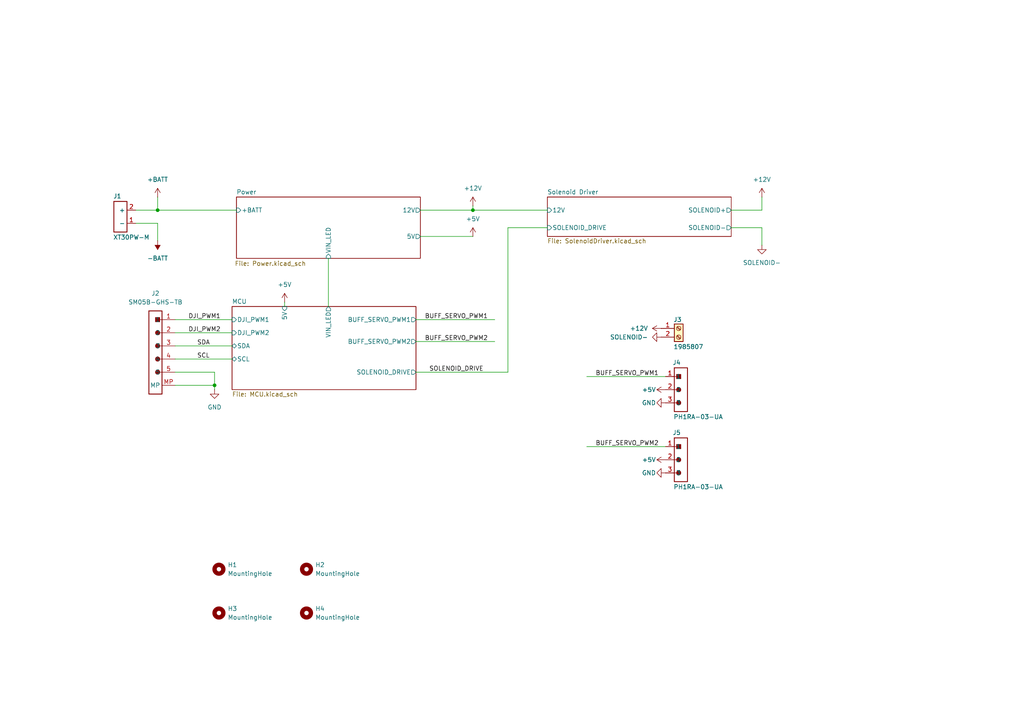
<source format=kicad_sch>
(kicad_sch (version 20231120) (generator "eeschema") (generator_version "8.0")
  (paper "A4")
  (title_block (title "EauRouge") (date "2025-01-29") (rev "1"))
  (lib_symbols
    (symbol "Connector:Conn-1x03-2.54mm-RA_PH1RA-03-UA"
      (property "Reference" "J" (at 0.508 7.366 0))
      (property "Value" "PH1RA-03-UA" (at 6.858 -7.874 0))
      (symbol "Conn-1x03-2.54mm-RA_PH1RA-03-UA_0_1"
        (rectangle (start 0 6.35) (end 3.81 -6.35) (stroke (width 0.254)))
      )
      (symbol "Conn-1x03-2.54mm-RA_PH1RA-03-UA_1_1"
        (polyline (pts (xy 3.81 -3.81) (xy 2.54 -3.81)))
        (polyline (pts (xy 3.81 0) (xy 2.54 0)))
        (polyline (pts (xy 3.81 3.81) (xy 2.54 3.81)))
        (rectangle (start 1.905 4.445) (end 3.175 3.175) (fill (type outline)))
        (circle (center 2.54 -3.81) (radius 0.635) (fill (type outline)))
        (circle (center 2.54 0) (radius 0.635) (fill (type outline)))
        (pin passive line (at 6.35 3.81 180) (length 2.54) (name "1") (number "1"))
        (pin passive line (at 6.35 0 180) (length 2.54) (name "2") (number "2"))
        (pin passive line (at 6.35 -3.81 180) (length 2.54) (name "3") (number "3"))
      )
    )
    (symbol "Connector:JST-GH_SM05B-GHS-TB"
      (property "Reference" "J" (at 0.508 5.08 0))
      (property "Value" "SM05B-GHS-TB" (at 7.62 -22.606 0))
      (symbol "JST-GH_SM05B-GHS-TB_0_1"
        (rectangle (start 0 3.81) (end 3.81 -20.32) (stroke (width 0.254)))
      )
      (symbol "JST-GH_SM05B-GHS-TB_1_1"
        (polyline (pts (xy 3.81 -13.97) (xy 2.54 -13.97)))
        (polyline (pts (xy 3.81 -10.16) (xy 2.54 -10.16)))
        (polyline (pts (xy 3.81 -6.35) (xy 2.54 -6.35)))
        (polyline (pts (xy 3.81 -2.54) (xy 2.54 -2.54)))
        (polyline (pts (xy 3.81 1.27) (xy 2.54 1.27)))
        (rectangle (start 1.905 1.905) (end 3.175 0.635) (fill (type outline)))
        (circle (center 2.54 -13.97) (radius 0.635) (fill (type outline)))
        (circle (center 2.54 -10.16) (radius 0.635) (fill (type outline)))
        (circle (center 2.54 -6.35) (radius 0.635) (fill (type outline)))
        (circle (center 2.54 -2.54) (radius 0.635) (fill (type outline)))
        (pin passive line (at 7.62 1.27 180) (length 3.81) (name "1") (number "1"))
        (pin passive line (at 7.62 -2.54 180) (length 3.81) (name "2") (number "2"))
        (pin passive line (at 7.62 -6.35 180) (length 3.81) (name "3") (number "3"))
        (pin passive line (at 7.62 -10.16 180) (length 3.81) (name "4") (number "4"))
        (pin passive line (at 7.62 -13.97 180) (length 3.81) (name "5") (number "5"))
        (pin passive line (at 7.62 -17.78 180) (length 3.81) (name "MP") (number "MP"))
      )
    )
    (symbol "Connector:Screw_Terminal_01x02_1985807" (pin_names (offset 1.016) hide)
      (property "Reference" "J" (at -0.762 2.54 0))
      (property "Value" "1985807" (at 2.794 -5.08 0))
      (symbol "Screw_Terminal_01x02_1985807_1_1"
        (rectangle (start -1.27 1.27) (end 1.27 -3.81) (stroke (width 0.254)) (fill (type background)))
        (circle (center 0 -2.54) (radius 0.635) (stroke (width 0.1524)))
        (polyline (pts (xy -0.5334 -2.2098) (xy 0.3302 -3.048)) (stroke (width 0.1524)))
        (polyline (pts (xy -0.5334 0.3302) (xy 0.3302 -0.508)) (stroke (width 0.1524)))
        (polyline (pts (xy -0.3556 -2.032) (xy 0.508 -2.8702)) (stroke (width 0.1524)))
        (polyline (pts (xy -0.3556 0.508) (xy 0.508 -0.3302)) (stroke (width 0.1524)))
        (circle (center 0 0) (radius 0.635) (stroke (width 0.1524)))
        (pin passive line (at -5.08 0 0) (length 3.81) (name "Pin_1") (number "1"))
        (pin passive line (at -5.08 -2.54 0) (length 3.81) (name "Pin_2") (number "2"))
      )
    )
    (symbol "Connector:XT30PW-M"
      (property "Reference" "J" (at 0.508 4.826 0))
      (property "Value" "XT30PW-M" (at 5.08 -6.35 0))
      (symbol "XT30PW-M_0_1"
        (rectangle (start 0 3.81) (end 3.81 -5.08) (stroke (width 0.254)))
      )
      (symbol "XT30PW-M_1_1"
        (pin power_in line (at 6.35 -2.54 180) (length 2.54) (name "-") (number "1"))
        (pin power_in line (at 6.35 1.27 180) (length 2.54) (name "+") (number "2"))
      )
    )
    (symbol "Mechanical:MountingHole" (pin_names (offset 1.016)) (exclude_from_sim yes) (in_bom no)
      (property "Reference" "H" (at 0 5.08 0))
      (property "Value" "MountingHole" (at 0 3.175 0))
      (symbol "MountingHole_0_1"
        (circle (center 0 0) (radius 1.27) (stroke (width 1.27)))
      )
    )
    (symbol "power:+12V" (power) (pin_numbers hide) (pin_names (offset 0) hide)
      (property "Value" "+12V" (at 0 3.556 0))
      (symbol "+12V_0_1"
        (polyline (pts (xy -0.762 1.27) (xy 0 2.54)))
        (polyline (pts (xy 0 0) (xy 0 2.54)))
        (polyline (pts (xy 0 2.54) (xy 0.762 1.27)))
      )
      (symbol "+12V_1_1"
        (pin power_in line (at 0 0 90) (length 0) (name "~") (number "1"))
      )
    )
    (symbol "power:+5V" (power) (pin_numbers hide) (pin_names (offset 0) hide)
      (property "Value" "+5V" (at 0 3.556 0))
      (symbol "+5V_0_1"
        (polyline (pts (xy -0.762 1.27) (xy 0 2.54)))
        (polyline (pts (xy 0 0) (xy 0 2.54)))
        (polyline (pts (xy 0 2.54) (xy 0.762 1.27)))
      )
      (symbol "+5V_1_1"
        (pin power_in line (at 0 0 90) (length 0) (name "~") (number "1"))
      )
    )
    (symbol "power:+BATT" (power) (pin_numbers hide) (pin_names (offset 0) hide)
      (property "Value" "+BATT" (at 0 3.556 0))
      (symbol "+BATT_0_1"
        (polyline (pts (xy -0.762 1.27) (xy 0 2.54)))
        (polyline (pts (xy 0 0) (xy 0 2.54)))
        (polyline (pts (xy 0 2.54) (xy 0.762 1.27)))
      )
      (symbol "+BATT_1_1"
        (pin power_in line (at 0 0 90) (length 0) (name "~") (number "1"))
      )
    )
    (symbol "power:-BATT" (power) (pin_numbers hide) (pin_names (offset 0) hide)
      (property "Value" "-BATT" (at 0 3.556 0))
      (symbol "-BATT_0_1"
        (polyline (pts (xy 0 0) (xy 0 2.54)))
        (polyline (pts (xy 0.762 1.27) (xy -0.762 1.27) (xy 0 2.54) (xy 0.762 1.27)) (fill (type outline)))
      )
      (symbol "-BATT_1_1"
        (pin power_in line (at 0 0 90) (length 0) (name "~") (number "1"))
      )
    )
    (symbol "power:GND" (power) (pin_numbers hide) (pin_names (offset 0) hide)
      (property "Value" "GND" (at 0 -3.81 0))
      (symbol "GND_0_1"
        (polyline (pts (xy 0 0) (xy 0 -1.27) (xy 1.27 -1.27) (xy 0 -2.54) (xy -1.27 -1.27) (xy 0 -1.27)))
      )
      (symbol "GND_1_1"
        (pin power_in line (at 0 0 270) (length 0) (name "~") (number "1"))
      )
    )
    (symbol "power:SOLENOID-" (power) (pin_numbers hide) (pin_names (offset 0) hide)
      (property "Value" "SOLENOID-" (at 0 -3.81 0))
      (symbol "SOLENOID-_0_1"
        (polyline (pts (xy 0 0) (xy 0 -1.27) (xy 1.27 -1.27) (xy 0 -2.54) (xy -1.27 -1.27) (xy 0 -1.27)))
      )
      (symbol "SOLENOID-_1_1"
        (pin power_in line (at 0 0 270) (length 0) (name "~") (number "1"))
      )
    )
  )
  (junction (at 137.16 60.96))
  (junction (at 45.72 60.96))
  (junction (at 62.23 111.76))
  (wire (pts (xy 95.25 74.93) (xy 95.25 88.9)))
  (wire (pts (xy 50.8 111.76) (xy 62.23 111.76)))
  (wire (pts (xy 45.72 57.15) (xy 45.72 60.96)))
  (wire (pts (xy 50.8 100.33) (xy 67.31 100.33)))
  (wire (pts (xy 147.32 107.95) (xy 147.32 66.04)))
  (wire (pts (xy 45.72 60.96) (xy 39.37 60.96)))
  (wire (pts (xy 82.55 87.63) (xy 82.55 88.9)))
  (wire (pts (xy 212.09 60.96) (xy 220.98 60.96)))
  (wire (pts (xy 121.92 68.58) (xy 137.16 68.58)))
  (wire (pts (xy 220.98 71.12) (xy 220.98 66.04)))
  (wire (pts (xy 143.51 92.71) (xy 120.65 92.71)))
  (wire (pts (xy 120.65 99.06) (xy 143.51 99.06)))
  (wire (pts (xy 121.92 60.96) (xy 137.16 60.96)))
  (wire (pts (xy 62.23 107.95) (xy 62.23 111.76)))
  (wire (pts (xy 137.16 60.96) (xy 158.75 60.96)))
  (wire (pts (xy 68.58 60.96) (xy 45.72 60.96)))
  (wire (pts (xy 147.32 66.04) (xy 158.75 66.04)))
  (wire (pts (xy 137.16 59.69) (xy 137.16 60.96)))
  (wire (pts (xy 212.09 66.04) (xy 220.98 66.04)))
  (wire (pts (xy 50.8 104.14) (xy 67.31 104.14)))
  (wire (pts (xy 45.72 64.77) (xy 45.72 69.85)))
  (wire (pts (xy 50.8 92.71) (xy 67.31 92.71)))
  (wire (pts (xy 220.98 57.15) (xy 220.98 60.96)))
  (wire (pts (xy 147.32 107.95) (xy 120.65 107.95)))
  (wire (pts (xy 50.8 107.95) (xy 62.23 107.95)))
  (wire (pts (xy 62.23 111.76) (xy 62.23 113.03)))
  (wire (pts (xy 170.18 109.22) (xy 193.04 109.22)))
  (wire (pts (xy 50.8 96.52) (xy 67.31 96.52)))
  (wire (pts (xy 39.37 64.77) (xy 45.72 64.77)))
  (wire (pts (xy 170.18 129.54) (xy 193.04 129.54)))
  (label "SDA" (at 57.15 100.33 0))
  (label "BUFF_SERVO_PWM1" (at 123.19 92.71 0))
  (label "DJI_PWM2" (at 54.61 96.52 0))
  (label "BUFF_SERVO_PWM1" (at 172.72 109.22 0))
  (label "DJI_PWM1" (at 54.61 92.71 0))
  (label "SCL" (at 57.15 104.14 0))
  (label "BUFF_SERVO_PWM2" (at 123.19 99.06 0))
  (label "SOLENOID_DRIVE" (at 124.46 107.95 0))
  (label "BUFF_SERVO_PWM2" (at 172.72 129.54 0))
  (symbol (lib_id "power:+BATT") (at 45.72 57.15 0) (unit 1)
    (property "Reference" "#PWR01" (effects (hide yes)))
    (property "Value" "+BATT" (at 45.72 52.07 0))
    (property "Description" "Power symbol creates a global label with name \"+BATT\"" (effects (hide yes)))
  )
  (symbol (lib_id "power:GND") (at 193.04 137.16 270) (unit 1)
    (property "Reference" "#PWR014" (effects (hide yes)))
    (property "Value" "GND" (at 188.214 137.16 90))
    (property "Description" "Power symbol creates a global label with name \"GND\" , ground" (effects (hide yes)))
  )
  (symbol (lib_id "power:SOLENOID-") (at 191.77 97.79 270) (unit 1)
    (property "Reference" "#PWR08" (effects (hide yes)))
    (property "Value" "SOLENOID-" (at 187.96 97.7899 90) (effects (justify right)))
    (property "Description" "Power symbol creates a global label with name \"SOLENOID-\"" (effects (hide yes)))
  )
  (symbol (lib_id "power:GND") (at 62.23 113.03 0) (unit 1)
    (property "Reference" "#PWR010" (effects (hide yes)))
    (property "Value" "GND" (at 62.23 118.11 0))
    (property "Description" "Power symbol creates a global label with name \"GND\" , ground" (effects (hide yes)))
  )
  (symbol (lib_id "power:+12V") (at 191.77 95.25 90) (unit 1)
    (property "Reference" "#PWR09" (effects (hide yes)))
    (property "Value" "+12V" (at 187.96 95.2499 90) (effects (justify left)))
    (property "Description" "Power symbol creates a global label with name \"+12V\"" (effects (hide yes)))
  )
  (symbol (lib_id "power:SOLENOID-") (at 220.98 71.12 0) (unit 1)
    (property "Reference" "#PWR06" (effects (hide yes)))
    (property "Value" "SOLENOID-" (at 220.98 76.2 0))
    (property "Description" "Power symbol creates a global label with name \"SOLENOID-\"" (effects (hide yes)))
  )
  (symbol (lib_id "Connector:Conn-1x03-2.54mm-RA_PH1RA-03-UA") (at 199.39 113.03 0) (mirror y) (unit 1)
    (property "Reference" "J4" (at 195.072 105.156 0) (effects (justify right)))
    (property "Value" "PH1RA-03-UA" (at 195.326 120.904 0) (effects (justify right)))
    (property "Footprint" "Connector_PinHeader_2.54mm:PinHeader_1x03_P2.54mm_Horizontal" (effects (hide yes)))
    (property "Description" "CONN HEADER R/A 3POS 2.54MM" (effects (hide yes)))
  )
  (symbol (lib_id "power:+5V") (at 82.55 87.63 0) (unit 1)
    (property "Reference" "#PWR07" (effects (hide yes)))
    (property "Value" "+5V" (at 82.55 82.55 0))
    (property "Description" "Power symbol creates a global label with name \"+5V\"" (effects (hide yes)))
  )
  (symbol (lib_id "power:+12V") (at 220.98 57.15 0) (unit 1)
    (property "Reference" "#PWR02" (effects (hide yes)))
    (property "Value" "+12V" (at 220.98 52.07 0))
    (property "Description" "Power symbol creates a global label with name \"+12V\"" (effects (hide yes)))
  )
  (symbol (lib_id "power:-BATT") (at 45.72 69.85 180) (unit 1)
    (property "Reference" "#PWR05" (effects (hide yes)))
    (property "Value" "-BATT" (at 45.72 74.93 0))
    (property "Description" "Power symbol creates a global label with name \"-BATT\"" (effects (hide yes)))
  )
  (symbol (lib_id "Connector:JST-GH_SM05B-GHS-TB") (at 43.18 93.98 0) (unit 1)
    (property "Reference" "J2" (at 45.085 85.09 0))
    (property "Value" "SM05B-GHS-TB" (at 45.085 87.63 0))
    (property "Footprint" "Connector_JST:JST_GH_SM05B-GHS-TB_1x05-1MP_P1.25mm_Horizontal" (effects (hide yes)))
    (property "Description" "CONN HEADER SMD R/A 5POS 1.25MM" (effects (hide yes)))
  )
  (symbol (lib_id "Mechanical:MountingHole") (at 63.5 177.8 0) (unit 1) (exclude_from_sim yes) (in_bom no)
    (property "Reference" "H3" (at 66.04 176.5299 0) (effects (justify left)))
    (property "Value" "MountingHole" (at 66.04 179.0699 0) (effects (justify left)))
    (property "Footprint" "MountingHole:MountingHole_3.2mm_M3" (effects (hide yes)))
    (property "Description" "Mounting Hole without connection" (effects (hide yes)))
  )
  (symbol (lib_id "Connector:Conn-1x03-2.54mm-RA_PH1RA-03-UA") (at 199.39 133.35 0) (mirror y) (unit 1)
    (property "Reference" "J5" (at 195.072 125.476 0) (effects (justify right)))
    (property "Value" "PH1RA-03-UA" (at 195.326 141.224 0) (effects (justify right)))
    (property "Footprint" "Connector_PinHeader_2.54mm:PinHeader_1x03_P2.54mm_Horizontal" (effects (hide yes)))
    (property "Description" "CONN HEADER R/A 3POS 2.54MM" (effects (hide yes)))
  )
  (symbol (lib_id "power:+12V") (at 137.16 59.69 0) (unit 1)
    (property "Reference" "#PWR03" (effects (hide yes)))
    (property "Value" "+12V" (at 137.16 54.61 0))
    (property "Description" "Power symbol creates a global label with name \"+12V\"" (effects (hide yes)))
  )
  (symbol (lib_id "power:+5V") (at 137.16 68.58 0) (unit 1)
    (property "Reference" "#PWR04" (effects (hide yes)))
    (property "Value" "+5V" (at 137.16 63.5 0))
    (property "Description" "Power symbol creates a global label with name \"+5V\"" (effects (hide yes)))
  )
  (symbol (lib_id "Mechanical:MountingHole") (at 63.5 165.1 0) (unit 1) (exclude_from_sim yes) (in_bom no)
    (property "Reference" "H1" (at 66.04 163.8299 0) (effects (justify left)))
    (property "Value" "MountingHole" (at 66.04 166.3699 0) (effects (justify left)))
    (property "Footprint" "MountingHole:MountingHole_3.2mm_M3" (effects (hide yes)))
    (property "Description" "Mounting Hole without connection" (effects (hide yes)))
  )
  (symbol (lib_id "power:GND") (at 193.04 116.84 270) (unit 1)
    (property "Reference" "#PWR012" (effects (hide yes)))
    (property "Value" "GND" (at 188.214 116.84 90))
    (property "Description" "Power symbol creates a global label with name \"GND\" , ground" (effects (hide yes)))
  )
  (symbol (lib_id "Connector:XT30PW-M") (at 33.02 62.23 0) (unit 1)
    (property "Reference" "J1" (at 34.036 56.896 0))
    (property "Value" "XT30PW-M" (at 38.1 68.834 0))
    (property "Footprint" "Connector_AMASS:AMASS_XT30PW-M_1x02_P2.50mm_Horizontal" (effects (hide yes)))
    (property "Description" "CONN R/A 2POS" (effects (hide yes)))
  )
  (symbol (lib_id "Mechanical:MountingHole") (at 88.9 165.1 0) (unit 1) (exclude_from_sim yes) (in_bom no)
    (property "Reference" "H2" (at 91.44 163.8299 0) (effects (justify left)))
    (property "Value" "MountingHole" (at 91.44 166.3699 0) (effects (justify left)))
    (property "Footprint" "MountingHole:MountingHole_3.2mm_M3" (effects (hide yes)))
    (property "Description" "Mounting Hole without connection" (effects (hide yes)))
  )
  (symbol (lib_id "Connector:Screw_Terminal_01x02_1985807") (at 196.85 95.25 0) (unit 1)
    (property "Reference" "J3" (at 195.326 92.71 0) (effects (justify left)))
    (property "Value" "1985807" (at 195.326 100.584 0) (effects (justify left)))
    (property "Footprint" "TerminalBlock_Phoenix:TerminalBlock_Phoenix_MKDS-1,5-2_1x02_P3.50mm_Horizontal_1985807" (effects (hide yes)))
    (property "Description" "TERM BLK 2POS SIDE ENT 3.5MM PCB" (effects (hide yes)))
  )
  (symbol (lib_id "power:+5V") (at 193.04 133.35 90) (unit 1)
    (property "Reference" "#PWR013" (effects (hide yes)))
    (property "Value" "+5V" (at 188.214 133.35 90))
    (property "Description" "Power symbol creates a global label with name \"+5V\"" (effects (hide yes)))
  )
  (symbol (lib_id "power:+5V") (at 193.04 113.03 90) (unit 1)
    (property "Reference" "#PWR011" (effects (hide yes)))
    (property "Value" "+5V" (at 188.214 113.03 90))
    (property "Description" "Power symbol creates a global label with name \"+5V\"" (effects (hide yes)))
  )
  (symbol (lib_id "Mechanical:MountingHole") (at 88.9 177.8 0) (unit 1) (exclude_from_sim yes) (in_bom no)
    (property "Reference" "H4" (at 91.44 176.5299 0) (effects (justify left)))
    (property "Value" "MountingHole" (at 91.44 179.0699 0) (effects (justify left)))
    (property "Footprint" "MountingHole:MountingHole_3.2mm_M3" (effects (hide yes)))
    (property "Description" "Mounting Hole without connection" (effects (hide yes)))
  )
  (sheet (at 158.75 57.15) (size 53.34 11.43) (stroke (width 0.1524))
    (property "Sheetname" "Solenoid Driver" (at 158.75 56.4384 0) (effects (justify left bottom)))
    (property "Sheetfile" "SolenoidDriver.kicad_sch" (at 158.75 69.1646 0) (effects (justify left top)))
    (pin "SOLENOID_DRIVE" input (at 158.75 66.04 180))
    (pin "SOLENOID-" output (at 212.09 66.04 0))
    (pin "SOLENOID+" output (at 212.09 60.96 0))
    (pin "12V" input (at 158.75 60.96 180))
  )
  (sheet (at 68.58 57.15) (size 53.34 17.78) (stroke (width 0.1524))
    (property "Sheetname" "Power" (at 68.58 56.4384 0) (effects (justify left bottom)))
    (property "Sheetfile" "Power.kicad_sch" (at 68.072 75.692 0) (effects (justify left top)))
    (pin "+BATT" input (at 68.58 60.96 180))
    (pin "5V" output (at 121.92 68.58 0))
    (pin "12V" output (at 121.92 60.96 0))
    (pin "VIN_LED" input (at 95.25 74.93 270))
  )
  (sheet (at 67.31 88.9) (size 53.34 24.13) (stroke (width 0.1524))
    (property "Sheetname" "MCU" (at 67.31 88.1884 0) (effects (justify left bottom)))
    (property "Sheetfile" "MCU.kicad_sch" (at 67.31 113.6146 0) (effects (justify left top)))
    (pin "DJI_PWM1" input (at 67.31 92.71 180))
    (pin "BUFF_SERVO_PWM1" output (at 120.65 92.71 0))
    (pin "SOLENOID_DRIVE" output (at 120.65 107.95 0))
    (pin "SCL" bidirectional (at 67.31 104.14 180))
    (pin "SDA" bidirectional (at 67.31 100.33 180))
    (pin "BUFF_SERVO_PWM2" output (at 120.65 99.06 0))
    (pin "DJI_PWM2" input (at 67.31 96.52 180))
    (pin "5V" input (at 82.55 88.9 90))
    (pin "VIN_LED" output (at 95.25 88.9 90))
  )
)
</source>
